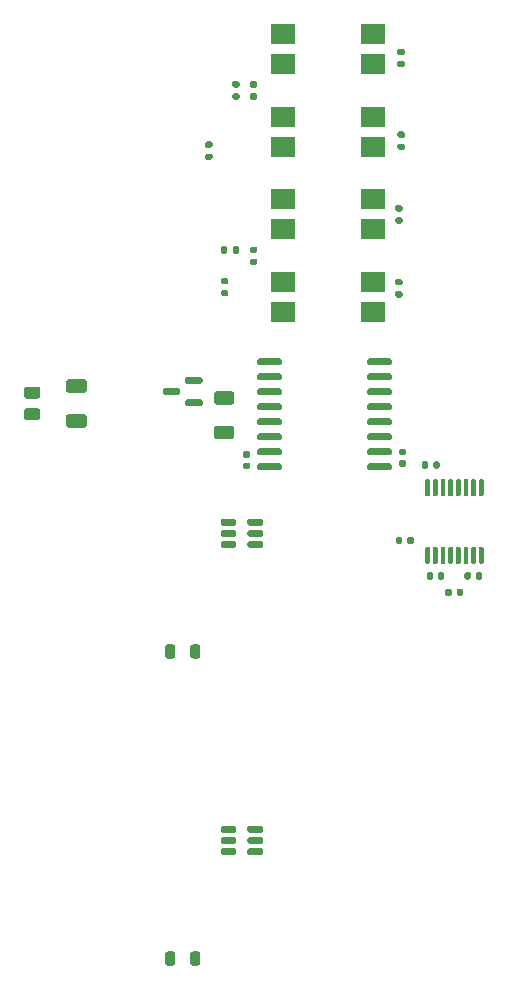
<source format=gtp>
G04 #@! TF.GenerationSoftware,KiCad,Pcbnew,6.0.5+dfsg-1~bpo11+1*
G04 #@! TF.CreationDate,2023-01-20T13:15:47+00:00*
G04 #@! TF.ProjectId,nascontrol-remote,6e617363-6f6e-4747-926f-6c2d72656d6f,rev?*
G04 #@! TF.SameCoordinates,Original*
G04 #@! TF.FileFunction,Paste,Top*
G04 #@! TF.FilePolarity,Positive*
%FSLAX46Y46*%
G04 Gerber Fmt 4.6, Leading zero omitted, Abs format (unit mm)*
G04 Created by KiCad (PCBNEW 6.0.5+dfsg-1~bpo11+1) date 2023-01-20 13:15:47*
%MOMM*%
%LPD*%
G01*
G04 APERTURE LIST*
%ADD10R,2.000000X1.780000*%
G04 APERTURE END LIST*
G36*
G01*
X137220000Y-111170000D02*
X137220000Y-110830000D01*
G75*
G02*
X137360000Y-110690000I140000J0D01*
G01*
X137640000Y-110690000D01*
G75*
G02*
X137780000Y-110830000I0J-140000D01*
G01*
X137780000Y-111170000D01*
G75*
G02*
X137640000Y-111310000I-140000J0D01*
G01*
X137360000Y-111310000D01*
G75*
G02*
X137220000Y-111170000I0J140000D01*
G01*
G37*
G36*
G01*
X138180000Y-111170000D02*
X138180000Y-110830000D01*
G75*
G02*
X138320000Y-110690000I140000J0D01*
G01*
X138600000Y-110690000D01*
G75*
G02*
X138740000Y-110830000I0J-140000D01*
G01*
X138740000Y-111170000D01*
G75*
G02*
X138600000Y-111310000I-140000J0D01*
G01*
X138320000Y-111310000D01*
G75*
G02*
X138180000Y-111170000I0J140000D01*
G01*
G37*
G36*
G01*
X113500000Y-116381250D02*
X113500000Y-115618750D01*
G75*
G02*
X113718750Y-115400000I218750J0D01*
G01*
X114156250Y-115400000D01*
G75*
G02*
X114375000Y-115618750I0J-218750D01*
G01*
X114375000Y-116381250D01*
G75*
G02*
X114156250Y-116600000I-218750J0D01*
G01*
X113718750Y-116600000D01*
G75*
G02*
X113500000Y-116381250I0J218750D01*
G01*
G37*
G36*
G01*
X115625000Y-116381250D02*
X115625000Y-115618750D01*
G75*
G02*
X115843750Y-115400000I218750J0D01*
G01*
X116281250Y-115400000D01*
G75*
G02*
X116500000Y-115618750I0J-218750D01*
G01*
X116500000Y-116381250D01*
G75*
G02*
X116281250Y-116600000I-218750J0D01*
G01*
X115843750Y-116600000D01*
G75*
G02*
X115625000Y-116381250I0J218750D01*
G01*
G37*
G36*
G01*
X118200000Y-131200000D02*
X118200000Y-130900000D01*
G75*
G02*
X118350000Y-130750000I150000J0D01*
G01*
X119375000Y-130750000D01*
G75*
G02*
X119525000Y-130900000I0J-150000D01*
G01*
X119525000Y-131200000D01*
G75*
G02*
X119375000Y-131350000I-150000J0D01*
G01*
X118350000Y-131350000D01*
G75*
G02*
X118200000Y-131200000I0J150000D01*
G01*
G37*
G36*
G01*
X118200000Y-132150000D02*
X118200000Y-131850000D01*
G75*
G02*
X118350000Y-131700000I150000J0D01*
G01*
X119375000Y-131700000D01*
G75*
G02*
X119525000Y-131850000I0J-150000D01*
G01*
X119525000Y-132150000D01*
G75*
G02*
X119375000Y-132300000I-150000J0D01*
G01*
X118350000Y-132300000D01*
G75*
G02*
X118200000Y-132150000I0J150000D01*
G01*
G37*
G36*
G01*
X118200000Y-133100000D02*
X118200000Y-132800000D01*
G75*
G02*
X118350000Y-132650000I150000J0D01*
G01*
X119375000Y-132650000D01*
G75*
G02*
X119525000Y-132800000I0J-150000D01*
G01*
X119525000Y-133100000D01*
G75*
G02*
X119375000Y-133250000I-150000J0D01*
G01*
X118350000Y-133250000D01*
G75*
G02*
X118200000Y-133100000I0J150000D01*
G01*
G37*
G36*
G01*
X120475000Y-133100000D02*
X120475000Y-132800000D01*
G75*
G02*
X120625000Y-132650000I150000J0D01*
G01*
X121650000Y-132650000D01*
G75*
G02*
X121800000Y-132800000I0J-150000D01*
G01*
X121800000Y-133100000D01*
G75*
G02*
X121650000Y-133250000I-150000J0D01*
G01*
X120625000Y-133250000D01*
G75*
G02*
X120475000Y-133100000I0J150000D01*
G01*
G37*
G36*
G01*
X120475000Y-132150000D02*
X120475000Y-131850000D01*
G75*
G02*
X120625000Y-131700000I150000J0D01*
G01*
X121650000Y-131700000D01*
G75*
G02*
X121800000Y-131850000I0J-150000D01*
G01*
X121800000Y-132150000D01*
G75*
G02*
X121650000Y-132300000I-150000J0D01*
G01*
X120625000Y-132300000D01*
G75*
G02*
X120475000Y-132150000I0J150000D01*
G01*
G37*
G36*
G01*
X120475000Y-131200000D02*
X120475000Y-130900000D01*
G75*
G02*
X120625000Y-130750000I150000J0D01*
G01*
X121650000Y-130750000D01*
G75*
G02*
X121800000Y-130900000I0J-150000D01*
G01*
X121800000Y-131200000D01*
G75*
G02*
X121650000Y-131350000I-150000J0D01*
G01*
X120625000Y-131350000D01*
G75*
G02*
X120475000Y-131200000I0J150000D01*
G01*
G37*
G36*
G01*
X135640000Y-109770000D02*
X135640000Y-109430000D01*
G75*
G02*
X135780000Y-109290000I140000J0D01*
G01*
X136060000Y-109290000D01*
G75*
G02*
X136200000Y-109430000I0J-140000D01*
G01*
X136200000Y-109770000D01*
G75*
G02*
X136060000Y-109910000I-140000J0D01*
G01*
X135780000Y-109910000D01*
G75*
G02*
X135640000Y-109770000I0J140000D01*
G01*
G37*
G36*
G01*
X136600000Y-109770000D02*
X136600000Y-109430000D01*
G75*
G02*
X136740000Y-109290000I140000J0D01*
G01*
X137020000Y-109290000D01*
G75*
G02*
X137160000Y-109430000I0J-140000D01*
G01*
X137160000Y-109770000D01*
G75*
G02*
X137020000Y-109910000I-140000J0D01*
G01*
X136740000Y-109910000D01*
G75*
G02*
X136600000Y-109770000I0J140000D01*
G01*
G37*
D10*
X123465000Y-84730000D03*
X123465000Y-87270000D03*
X131085000Y-87270000D03*
X131085000Y-84730000D03*
G36*
G01*
X119125000Y-98025000D02*
X117875000Y-98025000D01*
G75*
G02*
X117625000Y-97775000I0J250000D01*
G01*
X117625000Y-97150000D01*
G75*
G02*
X117875000Y-96900000I250000J0D01*
G01*
X119125000Y-96900000D01*
G75*
G02*
X119375000Y-97150000I0J-250000D01*
G01*
X119375000Y-97775000D01*
G75*
G02*
X119125000Y-98025000I-250000J0D01*
G01*
G37*
G36*
G01*
X119125000Y-95100000D02*
X117875000Y-95100000D01*
G75*
G02*
X117625000Y-94850000I0J250000D01*
G01*
X117625000Y-94225000D01*
G75*
G02*
X117875000Y-93975000I250000J0D01*
G01*
X119125000Y-93975000D01*
G75*
G02*
X119375000Y-94225000I0J-250000D01*
G01*
X119375000Y-94850000D01*
G75*
G02*
X119125000Y-95100000I-250000J0D01*
G01*
G37*
G36*
G01*
X118735000Y-85930000D02*
X118365000Y-85930000D01*
G75*
G02*
X118230000Y-85795000I0J135000D01*
G01*
X118230000Y-85525000D01*
G75*
G02*
X118365000Y-85390000I135000J0D01*
G01*
X118735000Y-85390000D01*
G75*
G02*
X118870000Y-85525000I0J-135000D01*
G01*
X118870000Y-85795000D01*
G75*
G02*
X118735000Y-85930000I-135000J0D01*
G01*
G37*
G36*
G01*
X118735000Y-84910000D02*
X118365000Y-84910000D01*
G75*
G02*
X118230000Y-84775000I0J135000D01*
G01*
X118230000Y-84505000D01*
G75*
G02*
X118365000Y-84370000I135000J0D01*
G01*
X118735000Y-84370000D01*
G75*
G02*
X118870000Y-84505000I0J-135000D01*
G01*
X118870000Y-84775000D01*
G75*
G02*
X118735000Y-84910000I-135000J0D01*
G01*
G37*
G36*
G01*
X132675000Y-100220000D02*
X132675000Y-100520000D01*
G75*
G02*
X132525000Y-100670000I-150000J0D01*
G01*
X130775000Y-100670000D01*
G75*
G02*
X130625000Y-100520000I0J150000D01*
G01*
X130625000Y-100220000D01*
G75*
G02*
X130775000Y-100070000I150000J0D01*
G01*
X132525000Y-100070000D01*
G75*
G02*
X132675000Y-100220000I0J-150000D01*
G01*
G37*
G36*
G01*
X132675000Y-98950000D02*
X132675000Y-99250000D01*
G75*
G02*
X132525000Y-99400000I-150000J0D01*
G01*
X130775000Y-99400000D01*
G75*
G02*
X130625000Y-99250000I0J150000D01*
G01*
X130625000Y-98950000D01*
G75*
G02*
X130775000Y-98800000I150000J0D01*
G01*
X132525000Y-98800000D01*
G75*
G02*
X132675000Y-98950000I0J-150000D01*
G01*
G37*
G36*
G01*
X132675000Y-97680000D02*
X132675000Y-97980000D01*
G75*
G02*
X132525000Y-98130000I-150000J0D01*
G01*
X130775000Y-98130000D01*
G75*
G02*
X130625000Y-97980000I0J150000D01*
G01*
X130625000Y-97680000D01*
G75*
G02*
X130775000Y-97530000I150000J0D01*
G01*
X132525000Y-97530000D01*
G75*
G02*
X132675000Y-97680000I0J-150000D01*
G01*
G37*
G36*
G01*
X132675000Y-96410000D02*
X132675000Y-96710000D01*
G75*
G02*
X132525000Y-96860000I-150000J0D01*
G01*
X130775000Y-96860000D01*
G75*
G02*
X130625000Y-96710000I0J150000D01*
G01*
X130625000Y-96410000D01*
G75*
G02*
X130775000Y-96260000I150000J0D01*
G01*
X132525000Y-96260000D01*
G75*
G02*
X132675000Y-96410000I0J-150000D01*
G01*
G37*
G36*
G01*
X132675000Y-95140000D02*
X132675000Y-95440000D01*
G75*
G02*
X132525000Y-95590000I-150000J0D01*
G01*
X130775000Y-95590000D01*
G75*
G02*
X130625000Y-95440000I0J150000D01*
G01*
X130625000Y-95140000D01*
G75*
G02*
X130775000Y-94990000I150000J0D01*
G01*
X132525000Y-94990000D01*
G75*
G02*
X132675000Y-95140000I0J-150000D01*
G01*
G37*
G36*
G01*
X132675000Y-93870000D02*
X132675000Y-94170000D01*
G75*
G02*
X132525000Y-94320000I-150000J0D01*
G01*
X130775000Y-94320000D01*
G75*
G02*
X130625000Y-94170000I0J150000D01*
G01*
X130625000Y-93870000D01*
G75*
G02*
X130775000Y-93720000I150000J0D01*
G01*
X132525000Y-93720000D01*
G75*
G02*
X132675000Y-93870000I0J-150000D01*
G01*
G37*
G36*
G01*
X132675000Y-92600000D02*
X132675000Y-92900000D01*
G75*
G02*
X132525000Y-93050000I-150000J0D01*
G01*
X130775000Y-93050000D01*
G75*
G02*
X130625000Y-92900000I0J150000D01*
G01*
X130625000Y-92600000D01*
G75*
G02*
X130775000Y-92450000I150000J0D01*
G01*
X132525000Y-92450000D01*
G75*
G02*
X132675000Y-92600000I0J-150000D01*
G01*
G37*
G36*
G01*
X132675000Y-91330000D02*
X132675000Y-91630000D01*
G75*
G02*
X132525000Y-91780000I-150000J0D01*
G01*
X130775000Y-91780000D01*
G75*
G02*
X130625000Y-91630000I0J150000D01*
G01*
X130625000Y-91330000D01*
G75*
G02*
X130775000Y-91180000I150000J0D01*
G01*
X132525000Y-91180000D01*
G75*
G02*
X132675000Y-91330000I0J-150000D01*
G01*
G37*
G36*
G01*
X123375000Y-91330000D02*
X123375000Y-91630000D01*
G75*
G02*
X123225000Y-91780000I-150000J0D01*
G01*
X121475000Y-91780000D01*
G75*
G02*
X121325000Y-91630000I0J150000D01*
G01*
X121325000Y-91330000D01*
G75*
G02*
X121475000Y-91180000I150000J0D01*
G01*
X123225000Y-91180000D01*
G75*
G02*
X123375000Y-91330000I0J-150000D01*
G01*
G37*
G36*
G01*
X123375000Y-92600000D02*
X123375000Y-92900000D01*
G75*
G02*
X123225000Y-93050000I-150000J0D01*
G01*
X121475000Y-93050000D01*
G75*
G02*
X121325000Y-92900000I0J150000D01*
G01*
X121325000Y-92600000D01*
G75*
G02*
X121475000Y-92450000I150000J0D01*
G01*
X123225000Y-92450000D01*
G75*
G02*
X123375000Y-92600000I0J-150000D01*
G01*
G37*
G36*
G01*
X123375000Y-93870000D02*
X123375000Y-94170000D01*
G75*
G02*
X123225000Y-94320000I-150000J0D01*
G01*
X121475000Y-94320000D01*
G75*
G02*
X121325000Y-94170000I0J150000D01*
G01*
X121325000Y-93870000D01*
G75*
G02*
X121475000Y-93720000I150000J0D01*
G01*
X123225000Y-93720000D01*
G75*
G02*
X123375000Y-93870000I0J-150000D01*
G01*
G37*
G36*
G01*
X123375000Y-95140000D02*
X123375000Y-95440000D01*
G75*
G02*
X123225000Y-95590000I-150000J0D01*
G01*
X121475000Y-95590000D01*
G75*
G02*
X121325000Y-95440000I0J150000D01*
G01*
X121325000Y-95140000D01*
G75*
G02*
X121475000Y-94990000I150000J0D01*
G01*
X123225000Y-94990000D01*
G75*
G02*
X123375000Y-95140000I0J-150000D01*
G01*
G37*
G36*
G01*
X123375000Y-96410000D02*
X123375000Y-96710000D01*
G75*
G02*
X123225000Y-96860000I-150000J0D01*
G01*
X121475000Y-96860000D01*
G75*
G02*
X121325000Y-96710000I0J150000D01*
G01*
X121325000Y-96410000D01*
G75*
G02*
X121475000Y-96260000I150000J0D01*
G01*
X123225000Y-96260000D01*
G75*
G02*
X123375000Y-96410000I0J-150000D01*
G01*
G37*
G36*
G01*
X123375000Y-97680000D02*
X123375000Y-97980000D01*
G75*
G02*
X123225000Y-98130000I-150000J0D01*
G01*
X121475000Y-98130000D01*
G75*
G02*
X121325000Y-97980000I0J150000D01*
G01*
X121325000Y-97680000D01*
G75*
G02*
X121475000Y-97530000I150000J0D01*
G01*
X123225000Y-97530000D01*
G75*
G02*
X123375000Y-97680000I0J-150000D01*
G01*
G37*
G36*
G01*
X123375000Y-98950000D02*
X123375000Y-99250000D01*
G75*
G02*
X123225000Y-99400000I-150000J0D01*
G01*
X121475000Y-99400000D01*
G75*
G02*
X121325000Y-99250000I0J150000D01*
G01*
X121325000Y-98950000D01*
G75*
G02*
X121475000Y-98800000I150000J0D01*
G01*
X123225000Y-98800000D01*
G75*
G02*
X123375000Y-98950000I0J-150000D01*
G01*
G37*
G36*
G01*
X123375000Y-100220000D02*
X123375000Y-100520000D01*
G75*
G02*
X123225000Y-100670000I-150000J0D01*
G01*
X121475000Y-100670000D01*
G75*
G02*
X121325000Y-100520000I0J150000D01*
G01*
X121325000Y-100220000D01*
G75*
G02*
X121475000Y-100070000I150000J0D01*
G01*
X123225000Y-100070000D01*
G75*
G02*
X123375000Y-100220000I0J-150000D01*
G01*
G37*
G36*
G01*
X120815000Y-67720000D02*
X121185000Y-67720000D01*
G75*
G02*
X121320000Y-67855000I0J-135000D01*
G01*
X121320000Y-68125000D01*
G75*
G02*
X121185000Y-68260000I-135000J0D01*
G01*
X120815000Y-68260000D01*
G75*
G02*
X120680000Y-68125000I0J135000D01*
G01*
X120680000Y-67855000D01*
G75*
G02*
X120815000Y-67720000I135000J0D01*
G01*
G37*
G36*
G01*
X120815000Y-68740000D02*
X121185000Y-68740000D01*
G75*
G02*
X121320000Y-68875000I0J-135000D01*
G01*
X121320000Y-69145000D01*
G75*
G02*
X121185000Y-69280000I-135000J0D01*
G01*
X120815000Y-69280000D01*
G75*
G02*
X120680000Y-69145000I0J135000D01*
G01*
X120680000Y-68875000D01*
G75*
G02*
X120815000Y-68740000I135000J0D01*
G01*
G37*
G36*
G01*
X117385000Y-74380000D02*
X117015000Y-74380000D01*
G75*
G02*
X116880000Y-74245000I0J135000D01*
G01*
X116880000Y-73975000D01*
G75*
G02*
X117015000Y-73840000I135000J0D01*
G01*
X117385000Y-73840000D01*
G75*
G02*
X117520000Y-73975000I0J-135000D01*
G01*
X117520000Y-74245000D01*
G75*
G02*
X117385000Y-74380000I-135000J0D01*
G01*
G37*
G36*
G01*
X117385000Y-73360000D02*
X117015000Y-73360000D01*
G75*
G02*
X116880000Y-73225000I0J135000D01*
G01*
X116880000Y-72955000D01*
G75*
G02*
X117015000Y-72820000I135000J0D01*
G01*
X117385000Y-72820000D01*
G75*
G02*
X117520000Y-72955000I0J-135000D01*
G01*
X117520000Y-73225000D01*
G75*
G02*
X117385000Y-73360000I-135000J0D01*
G01*
G37*
X131085000Y-73270000D03*
X131085000Y-70730000D03*
X123465000Y-70730000D03*
X123465000Y-73270000D03*
G36*
G01*
X105350000Y-92950000D02*
X106650000Y-92950000D01*
G75*
G02*
X106900000Y-93200000I0J-250000D01*
G01*
X106900000Y-93850000D01*
G75*
G02*
X106650000Y-94100000I-250000J0D01*
G01*
X105350000Y-94100000D01*
G75*
G02*
X105100000Y-93850000I0J250000D01*
G01*
X105100000Y-93200000D01*
G75*
G02*
X105350000Y-92950000I250000J0D01*
G01*
G37*
G36*
G01*
X105350000Y-95900000D02*
X106650000Y-95900000D01*
G75*
G02*
X106900000Y-96150000I0J-250000D01*
G01*
X106900000Y-96800000D01*
G75*
G02*
X106650000Y-97050000I-250000J0D01*
G01*
X105350000Y-97050000D01*
G75*
G02*
X105100000Y-96800000I0J250000D01*
G01*
X105100000Y-96150000D01*
G75*
G02*
X105350000Y-95900000I250000J0D01*
G01*
G37*
G36*
G01*
X133770000Y-100360000D02*
X133430000Y-100360000D01*
G75*
G02*
X133290000Y-100220000I0J140000D01*
G01*
X133290000Y-99940000D01*
G75*
G02*
X133430000Y-99800000I140000J0D01*
G01*
X133770000Y-99800000D01*
G75*
G02*
X133910000Y-99940000I0J-140000D01*
G01*
X133910000Y-100220000D01*
G75*
G02*
X133770000Y-100360000I-140000J0D01*
G01*
G37*
G36*
G01*
X133770000Y-99400000D02*
X133430000Y-99400000D01*
G75*
G02*
X133290000Y-99260000I0J140000D01*
G01*
X133290000Y-98980000D01*
G75*
G02*
X133430000Y-98840000I140000J0D01*
G01*
X133770000Y-98840000D01*
G75*
G02*
X133910000Y-98980000I0J-140000D01*
G01*
X133910000Y-99260000D01*
G75*
G02*
X133770000Y-99400000I-140000J0D01*
G01*
G37*
X123465000Y-77730000D03*
X123465000Y-80270000D03*
X131085000Y-80270000D03*
X131085000Y-77730000D03*
G36*
G01*
X116675000Y-94800000D02*
X116675000Y-95100000D01*
G75*
G02*
X116525000Y-95250000I-150000J0D01*
G01*
X115350000Y-95250000D01*
G75*
G02*
X115200000Y-95100000I0J150000D01*
G01*
X115200000Y-94800000D01*
G75*
G02*
X115350000Y-94650000I150000J0D01*
G01*
X116525000Y-94650000D01*
G75*
G02*
X116675000Y-94800000I0J-150000D01*
G01*
G37*
G36*
G01*
X116675000Y-92900000D02*
X116675000Y-93200000D01*
G75*
G02*
X116525000Y-93350000I-150000J0D01*
G01*
X115350000Y-93350000D01*
G75*
G02*
X115200000Y-93200000I0J150000D01*
G01*
X115200000Y-92900000D01*
G75*
G02*
X115350000Y-92750000I150000J0D01*
G01*
X116525000Y-92750000D01*
G75*
G02*
X116675000Y-92900000I0J-150000D01*
G01*
G37*
G36*
G01*
X114800000Y-93850000D02*
X114800000Y-94150000D01*
G75*
G02*
X114650000Y-94300000I-150000J0D01*
G01*
X113475000Y-94300000D01*
G75*
G02*
X113325000Y-94150000I0J150000D01*
G01*
X113325000Y-93850000D01*
G75*
G02*
X113475000Y-93700000I150000J0D01*
G01*
X114650000Y-93700000D01*
G75*
G02*
X114800000Y-93850000I0J-150000D01*
G01*
G37*
G36*
G01*
X120815000Y-81720000D02*
X121185000Y-81720000D01*
G75*
G02*
X121320000Y-81855000I0J-135000D01*
G01*
X121320000Y-82125000D01*
G75*
G02*
X121185000Y-82260000I-135000J0D01*
G01*
X120815000Y-82260000D01*
G75*
G02*
X120680000Y-82125000I0J135000D01*
G01*
X120680000Y-81855000D01*
G75*
G02*
X120815000Y-81720000I135000J0D01*
G01*
G37*
G36*
G01*
X120815000Y-82740000D02*
X121185000Y-82740000D01*
G75*
G02*
X121320000Y-82875000I0J-135000D01*
G01*
X121320000Y-83145000D01*
G75*
G02*
X121185000Y-83280000I-135000J0D01*
G01*
X120815000Y-83280000D01*
G75*
G02*
X120680000Y-83145000I0J135000D01*
G01*
X120680000Y-82875000D01*
G75*
G02*
X120815000Y-82740000I135000J0D01*
G01*
G37*
G36*
G01*
X135240000Y-100370000D02*
X135240000Y-100030000D01*
G75*
G02*
X135380000Y-99890000I140000J0D01*
G01*
X135660000Y-99890000D01*
G75*
G02*
X135800000Y-100030000I0J-140000D01*
G01*
X135800000Y-100370000D01*
G75*
G02*
X135660000Y-100510000I-140000J0D01*
G01*
X135380000Y-100510000D01*
G75*
G02*
X135240000Y-100370000I0J140000D01*
G01*
G37*
G36*
G01*
X136200000Y-100370000D02*
X136200000Y-100030000D01*
G75*
G02*
X136340000Y-99890000I140000J0D01*
G01*
X136620000Y-99890000D01*
G75*
G02*
X136760000Y-100030000I0J-140000D01*
G01*
X136760000Y-100370000D01*
G75*
G02*
X136620000Y-100510000I-140000J0D01*
G01*
X136340000Y-100510000D01*
G75*
G02*
X136200000Y-100370000I0J140000D01*
G01*
G37*
G36*
G01*
X133315000Y-71970000D02*
X133685000Y-71970000D01*
G75*
G02*
X133820000Y-72105000I0J-135000D01*
G01*
X133820000Y-72375000D01*
G75*
G02*
X133685000Y-72510000I-135000J0D01*
G01*
X133315000Y-72510000D01*
G75*
G02*
X133180000Y-72375000I0J135000D01*
G01*
X133180000Y-72105000D01*
G75*
G02*
X133315000Y-71970000I135000J0D01*
G01*
G37*
G36*
G01*
X133315000Y-72990000D02*
X133685000Y-72990000D01*
G75*
G02*
X133820000Y-73125000I0J-135000D01*
G01*
X133820000Y-73395000D01*
G75*
G02*
X133685000Y-73530000I-135000J0D01*
G01*
X133315000Y-73530000D01*
G75*
G02*
X133180000Y-73395000I0J135000D01*
G01*
X133180000Y-73125000D01*
G75*
G02*
X133315000Y-72990000I135000J0D01*
G01*
G37*
G36*
G01*
X119315000Y-67720000D02*
X119685000Y-67720000D01*
G75*
G02*
X119820000Y-67855000I0J-135000D01*
G01*
X119820000Y-68125000D01*
G75*
G02*
X119685000Y-68260000I-135000J0D01*
G01*
X119315000Y-68260000D01*
G75*
G02*
X119180000Y-68125000I0J135000D01*
G01*
X119180000Y-67855000D01*
G75*
G02*
X119315000Y-67720000I135000J0D01*
G01*
G37*
G36*
G01*
X119315000Y-68740000D02*
X119685000Y-68740000D01*
G75*
G02*
X119820000Y-68875000I0J-135000D01*
G01*
X119820000Y-69145000D01*
G75*
G02*
X119685000Y-69280000I-135000J0D01*
G01*
X119315000Y-69280000D01*
G75*
G02*
X119180000Y-69145000I0J135000D01*
G01*
X119180000Y-68875000D01*
G75*
G02*
X119315000Y-68740000I135000J0D01*
G01*
G37*
G36*
G01*
X135825000Y-108600000D02*
X135625000Y-108600000D01*
G75*
G02*
X135525000Y-108500000I0J100000D01*
G01*
X135525000Y-107225000D01*
G75*
G02*
X135625000Y-107125000I100000J0D01*
G01*
X135825000Y-107125000D01*
G75*
G02*
X135925000Y-107225000I0J-100000D01*
G01*
X135925000Y-108500000D01*
G75*
G02*
X135825000Y-108600000I-100000J0D01*
G01*
G37*
G36*
G01*
X136475000Y-108600000D02*
X136275000Y-108600000D01*
G75*
G02*
X136175000Y-108500000I0J100000D01*
G01*
X136175000Y-107225000D01*
G75*
G02*
X136275000Y-107125000I100000J0D01*
G01*
X136475000Y-107125000D01*
G75*
G02*
X136575000Y-107225000I0J-100000D01*
G01*
X136575000Y-108500000D01*
G75*
G02*
X136475000Y-108600000I-100000J0D01*
G01*
G37*
G36*
G01*
X137125000Y-108600000D02*
X136925000Y-108600000D01*
G75*
G02*
X136825000Y-108500000I0J100000D01*
G01*
X136825000Y-107225000D01*
G75*
G02*
X136925000Y-107125000I100000J0D01*
G01*
X137125000Y-107125000D01*
G75*
G02*
X137225000Y-107225000I0J-100000D01*
G01*
X137225000Y-108500000D01*
G75*
G02*
X137125000Y-108600000I-100000J0D01*
G01*
G37*
G36*
G01*
X137775000Y-108600000D02*
X137575000Y-108600000D01*
G75*
G02*
X137475000Y-108500000I0J100000D01*
G01*
X137475000Y-107225000D01*
G75*
G02*
X137575000Y-107125000I100000J0D01*
G01*
X137775000Y-107125000D01*
G75*
G02*
X137875000Y-107225000I0J-100000D01*
G01*
X137875000Y-108500000D01*
G75*
G02*
X137775000Y-108600000I-100000J0D01*
G01*
G37*
G36*
G01*
X138425000Y-108600000D02*
X138225000Y-108600000D01*
G75*
G02*
X138125000Y-108500000I0J100000D01*
G01*
X138125000Y-107225000D01*
G75*
G02*
X138225000Y-107125000I100000J0D01*
G01*
X138425000Y-107125000D01*
G75*
G02*
X138525000Y-107225000I0J-100000D01*
G01*
X138525000Y-108500000D01*
G75*
G02*
X138425000Y-108600000I-100000J0D01*
G01*
G37*
G36*
G01*
X139075000Y-108600000D02*
X138875000Y-108600000D01*
G75*
G02*
X138775000Y-108500000I0J100000D01*
G01*
X138775000Y-107225000D01*
G75*
G02*
X138875000Y-107125000I100000J0D01*
G01*
X139075000Y-107125000D01*
G75*
G02*
X139175000Y-107225000I0J-100000D01*
G01*
X139175000Y-108500000D01*
G75*
G02*
X139075000Y-108600000I-100000J0D01*
G01*
G37*
G36*
G01*
X139725000Y-108600000D02*
X139525000Y-108600000D01*
G75*
G02*
X139425000Y-108500000I0J100000D01*
G01*
X139425000Y-107225000D01*
G75*
G02*
X139525000Y-107125000I100000J0D01*
G01*
X139725000Y-107125000D01*
G75*
G02*
X139825000Y-107225000I0J-100000D01*
G01*
X139825000Y-108500000D01*
G75*
G02*
X139725000Y-108600000I-100000J0D01*
G01*
G37*
G36*
G01*
X140375000Y-108600000D02*
X140175000Y-108600000D01*
G75*
G02*
X140075000Y-108500000I0J100000D01*
G01*
X140075000Y-107225000D01*
G75*
G02*
X140175000Y-107125000I100000J0D01*
G01*
X140375000Y-107125000D01*
G75*
G02*
X140475000Y-107225000I0J-100000D01*
G01*
X140475000Y-108500000D01*
G75*
G02*
X140375000Y-108600000I-100000J0D01*
G01*
G37*
G36*
G01*
X140375000Y-102875000D02*
X140175000Y-102875000D01*
G75*
G02*
X140075000Y-102775000I0J100000D01*
G01*
X140075000Y-101500000D01*
G75*
G02*
X140175000Y-101400000I100000J0D01*
G01*
X140375000Y-101400000D01*
G75*
G02*
X140475000Y-101500000I0J-100000D01*
G01*
X140475000Y-102775000D01*
G75*
G02*
X140375000Y-102875000I-100000J0D01*
G01*
G37*
G36*
G01*
X139725000Y-102875000D02*
X139525000Y-102875000D01*
G75*
G02*
X139425000Y-102775000I0J100000D01*
G01*
X139425000Y-101500000D01*
G75*
G02*
X139525000Y-101400000I100000J0D01*
G01*
X139725000Y-101400000D01*
G75*
G02*
X139825000Y-101500000I0J-100000D01*
G01*
X139825000Y-102775000D01*
G75*
G02*
X139725000Y-102875000I-100000J0D01*
G01*
G37*
G36*
G01*
X139075000Y-102875000D02*
X138875000Y-102875000D01*
G75*
G02*
X138775000Y-102775000I0J100000D01*
G01*
X138775000Y-101500000D01*
G75*
G02*
X138875000Y-101400000I100000J0D01*
G01*
X139075000Y-101400000D01*
G75*
G02*
X139175000Y-101500000I0J-100000D01*
G01*
X139175000Y-102775000D01*
G75*
G02*
X139075000Y-102875000I-100000J0D01*
G01*
G37*
G36*
G01*
X138425000Y-102875000D02*
X138225000Y-102875000D01*
G75*
G02*
X138125000Y-102775000I0J100000D01*
G01*
X138125000Y-101500000D01*
G75*
G02*
X138225000Y-101400000I100000J0D01*
G01*
X138425000Y-101400000D01*
G75*
G02*
X138525000Y-101500000I0J-100000D01*
G01*
X138525000Y-102775000D01*
G75*
G02*
X138425000Y-102875000I-100000J0D01*
G01*
G37*
G36*
G01*
X137775000Y-102875000D02*
X137575000Y-102875000D01*
G75*
G02*
X137475000Y-102775000I0J100000D01*
G01*
X137475000Y-101500000D01*
G75*
G02*
X137575000Y-101400000I100000J0D01*
G01*
X137775000Y-101400000D01*
G75*
G02*
X137875000Y-101500000I0J-100000D01*
G01*
X137875000Y-102775000D01*
G75*
G02*
X137775000Y-102875000I-100000J0D01*
G01*
G37*
G36*
G01*
X137125000Y-102875000D02*
X136925000Y-102875000D01*
G75*
G02*
X136825000Y-102775000I0J100000D01*
G01*
X136825000Y-101500000D01*
G75*
G02*
X136925000Y-101400000I100000J0D01*
G01*
X137125000Y-101400000D01*
G75*
G02*
X137225000Y-101500000I0J-100000D01*
G01*
X137225000Y-102775000D01*
G75*
G02*
X137125000Y-102875000I-100000J0D01*
G01*
G37*
G36*
G01*
X136475000Y-102875000D02*
X136275000Y-102875000D01*
G75*
G02*
X136175000Y-102775000I0J100000D01*
G01*
X136175000Y-101500000D01*
G75*
G02*
X136275000Y-101400000I100000J0D01*
G01*
X136475000Y-101400000D01*
G75*
G02*
X136575000Y-101500000I0J-100000D01*
G01*
X136575000Y-102775000D01*
G75*
G02*
X136475000Y-102875000I-100000J0D01*
G01*
G37*
G36*
G01*
X135825000Y-102875000D02*
X135625000Y-102875000D01*
G75*
G02*
X135525000Y-102775000I0J100000D01*
G01*
X135525000Y-101500000D01*
G75*
G02*
X135625000Y-101400000I100000J0D01*
G01*
X135825000Y-101400000D01*
G75*
G02*
X135925000Y-101500000I0J-100000D01*
G01*
X135925000Y-102775000D01*
G75*
G02*
X135825000Y-102875000I-100000J0D01*
G01*
G37*
X131085000Y-66270000D03*
X131085000Y-63730000D03*
X123465000Y-63730000D03*
X123465000Y-66270000D03*
G36*
G01*
X134560000Y-106430000D02*
X134560000Y-106770000D01*
G75*
G02*
X134420000Y-106910000I-140000J0D01*
G01*
X134140000Y-106910000D01*
G75*
G02*
X134000000Y-106770000I0J140000D01*
G01*
X134000000Y-106430000D01*
G75*
G02*
X134140000Y-106290000I140000J0D01*
G01*
X134420000Y-106290000D01*
G75*
G02*
X134560000Y-106430000I0J-140000D01*
G01*
G37*
G36*
G01*
X133600000Y-106430000D02*
X133600000Y-106770000D01*
G75*
G02*
X133460000Y-106910000I-140000J0D01*
G01*
X133180000Y-106910000D01*
G75*
G02*
X133040000Y-106770000I0J140000D01*
G01*
X133040000Y-106430000D01*
G75*
G02*
X133180000Y-106290000I140000J0D01*
G01*
X133460000Y-106290000D01*
G75*
G02*
X133600000Y-106430000I0J-140000D01*
G01*
G37*
G36*
G01*
X113500000Y-142381250D02*
X113500000Y-141618750D01*
G75*
G02*
X113718750Y-141400000I218750J0D01*
G01*
X114156250Y-141400000D01*
G75*
G02*
X114375000Y-141618750I0J-218750D01*
G01*
X114375000Y-142381250D01*
G75*
G02*
X114156250Y-142600000I-218750J0D01*
G01*
X113718750Y-142600000D01*
G75*
G02*
X113500000Y-142381250I0J218750D01*
G01*
G37*
G36*
G01*
X115625000Y-142381250D02*
X115625000Y-141618750D01*
G75*
G02*
X115843750Y-141400000I218750J0D01*
G01*
X116281250Y-141400000D01*
G75*
G02*
X116500000Y-141618750I0J-218750D01*
G01*
X116500000Y-142381250D01*
G75*
G02*
X116281250Y-142600000I-218750J0D01*
G01*
X115843750Y-142600000D01*
G75*
G02*
X115625000Y-142381250I0J218750D01*
G01*
G37*
G36*
G01*
X133115000Y-84470000D02*
X133485000Y-84470000D01*
G75*
G02*
X133620000Y-84605000I0J-135000D01*
G01*
X133620000Y-84875000D01*
G75*
G02*
X133485000Y-85010000I-135000J0D01*
G01*
X133115000Y-85010000D01*
G75*
G02*
X132980000Y-84875000I0J135000D01*
G01*
X132980000Y-84605000D01*
G75*
G02*
X133115000Y-84470000I135000J0D01*
G01*
G37*
G36*
G01*
X133115000Y-85490000D02*
X133485000Y-85490000D01*
G75*
G02*
X133620000Y-85625000I0J-135000D01*
G01*
X133620000Y-85895000D01*
G75*
G02*
X133485000Y-86030000I-135000J0D01*
G01*
X133115000Y-86030000D01*
G75*
G02*
X132980000Y-85895000I0J135000D01*
G01*
X132980000Y-85625000D01*
G75*
G02*
X133115000Y-85490000I135000J0D01*
G01*
G37*
G36*
G01*
X119780000Y-81815000D02*
X119780000Y-82185000D01*
G75*
G02*
X119645000Y-82320000I-135000J0D01*
G01*
X119375000Y-82320000D01*
G75*
G02*
X119240000Y-82185000I0J135000D01*
G01*
X119240000Y-81815000D01*
G75*
G02*
X119375000Y-81680000I135000J0D01*
G01*
X119645000Y-81680000D01*
G75*
G02*
X119780000Y-81815000I0J-135000D01*
G01*
G37*
G36*
G01*
X118760000Y-81815000D02*
X118760000Y-82185000D01*
G75*
G02*
X118625000Y-82320000I-135000J0D01*
G01*
X118355000Y-82320000D01*
G75*
G02*
X118220000Y-82185000I0J135000D01*
G01*
X118220000Y-81815000D01*
G75*
G02*
X118355000Y-81680000I135000J0D01*
G01*
X118625000Y-81680000D01*
G75*
G02*
X118760000Y-81815000I0J-135000D01*
G01*
G37*
G36*
G01*
X138840000Y-109770000D02*
X138840000Y-109430000D01*
G75*
G02*
X138980000Y-109290000I140000J0D01*
G01*
X139260000Y-109290000D01*
G75*
G02*
X139400000Y-109430000I0J-140000D01*
G01*
X139400000Y-109770000D01*
G75*
G02*
X139260000Y-109910000I-140000J0D01*
G01*
X138980000Y-109910000D01*
G75*
G02*
X138840000Y-109770000I0J140000D01*
G01*
G37*
G36*
G01*
X139800000Y-109770000D02*
X139800000Y-109430000D01*
G75*
G02*
X139940000Y-109290000I140000J0D01*
G01*
X140220000Y-109290000D01*
G75*
G02*
X140360000Y-109430000I0J-140000D01*
G01*
X140360000Y-109770000D01*
G75*
G02*
X140220000Y-109910000I-140000J0D01*
G01*
X139940000Y-109910000D01*
G75*
G02*
X139800000Y-109770000I0J140000D01*
G01*
G37*
G36*
G01*
X101800000Y-93575000D02*
X102700000Y-93575000D01*
G75*
G02*
X102950000Y-93825000I0J-250000D01*
G01*
X102950000Y-94350000D01*
G75*
G02*
X102700000Y-94600000I-250000J0D01*
G01*
X101800000Y-94600000D01*
G75*
G02*
X101550000Y-94350000I0J250000D01*
G01*
X101550000Y-93825000D01*
G75*
G02*
X101800000Y-93575000I250000J0D01*
G01*
G37*
G36*
G01*
X101800000Y-95400000D02*
X102700000Y-95400000D01*
G75*
G02*
X102950000Y-95650000I0J-250000D01*
G01*
X102950000Y-96175000D01*
G75*
G02*
X102700000Y-96425000I-250000J0D01*
G01*
X101800000Y-96425000D01*
G75*
G02*
X101550000Y-96175000I0J250000D01*
G01*
X101550000Y-95650000D01*
G75*
G02*
X101800000Y-95400000I250000J0D01*
G01*
G37*
G36*
G01*
X120570000Y-100560000D02*
X120230000Y-100560000D01*
G75*
G02*
X120090000Y-100420000I0J140000D01*
G01*
X120090000Y-100140000D01*
G75*
G02*
X120230000Y-100000000I140000J0D01*
G01*
X120570000Y-100000000D01*
G75*
G02*
X120710000Y-100140000I0J-140000D01*
G01*
X120710000Y-100420000D01*
G75*
G02*
X120570000Y-100560000I-140000J0D01*
G01*
G37*
G36*
G01*
X120570000Y-99600000D02*
X120230000Y-99600000D01*
G75*
G02*
X120090000Y-99460000I0J140000D01*
G01*
X120090000Y-99180000D01*
G75*
G02*
X120230000Y-99040000I140000J0D01*
G01*
X120570000Y-99040000D01*
G75*
G02*
X120710000Y-99180000I0J-140000D01*
G01*
X120710000Y-99460000D01*
G75*
G02*
X120570000Y-99600000I-140000J0D01*
G01*
G37*
G36*
G01*
X118200000Y-105200000D02*
X118200000Y-104900000D01*
G75*
G02*
X118350000Y-104750000I150000J0D01*
G01*
X119375000Y-104750000D01*
G75*
G02*
X119525000Y-104900000I0J-150000D01*
G01*
X119525000Y-105200000D01*
G75*
G02*
X119375000Y-105350000I-150000J0D01*
G01*
X118350000Y-105350000D01*
G75*
G02*
X118200000Y-105200000I0J150000D01*
G01*
G37*
G36*
G01*
X118200000Y-106150000D02*
X118200000Y-105850000D01*
G75*
G02*
X118350000Y-105700000I150000J0D01*
G01*
X119375000Y-105700000D01*
G75*
G02*
X119525000Y-105850000I0J-150000D01*
G01*
X119525000Y-106150000D01*
G75*
G02*
X119375000Y-106300000I-150000J0D01*
G01*
X118350000Y-106300000D01*
G75*
G02*
X118200000Y-106150000I0J150000D01*
G01*
G37*
G36*
G01*
X118200000Y-107100000D02*
X118200000Y-106800000D01*
G75*
G02*
X118350000Y-106650000I150000J0D01*
G01*
X119375000Y-106650000D01*
G75*
G02*
X119525000Y-106800000I0J-150000D01*
G01*
X119525000Y-107100000D01*
G75*
G02*
X119375000Y-107250000I-150000J0D01*
G01*
X118350000Y-107250000D01*
G75*
G02*
X118200000Y-107100000I0J150000D01*
G01*
G37*
G36*
G01*
X120475000Y-107100000D02*
X120475000Y-106800000D01*
G75*
G02*
X120625000Y-106650000I150000J0D01*
G01*
X121650000Y-106650000D01*
G75*
G02*
X121800000Y-106800000I0J-150000D01*
G01*
X121800000Y-107100000D01*
G75*
G02*
X121650000Y-107250000I-150000J0D01*
G01*
X120625000Y-107250000D01*
G75*
G02*
X120475000Y-107100000I0J150000D01*
G01*
G37*
G36*
G01*
X120475000Y-106150000D02*
X120475000Y-105850000D01*
G75*
G02*
X120625000Y-105700000I150000J0D01*
G01*
X121650000Y-105700000D01*
G75*
G02*
X121800000Y-105850000I0J-150000D01*
G01*
X121800000Y-106150000D01*
G75*
G02*
X121650000Y-106300000I-150000J0D01*
G01*
X120625000Y-106300000D01*
G75*
G02*
X120475000Y-106150000I0J150000D01*
G01*
G37*
G36*
G01*
X120475000Y-105200000D02*
X120475000Y-104900000D01*
G75*
G02*
X120625000Y-104750000I150000J0D01*
G01*
X121650000Y-104750000D01*
G75*
G02*
X121800000Y-104900000I0J-150000D01*
G01*
X121800000Y-105200000D01*
G75*
G02*
X121650000Y-105350000I-150000J0D01*
G01*
X120625000Y-105350000D01*
G75*
G02*
X120475000Y-105200000I0J150000D01*
G01*
G37*
G36*
G01*
X133315000Y-64970000D02*
X133685000Y-64970000D01*
G75*
G02*
X133820000Y-65105000I0J-135000D01*
G01*
X133820000Y-65375000D01*
G75*
G02*
X133685000Y-65510000I-135000J0D01*
G01*
X133315000Y-65510000D01*
G75*
G02*
X133180000Y-65375000I0J135000D01*
G01*
X133180000Y-65105000D01*
G75*
G02*
X133315000Y-64970000I135000J0D01*
G01*
G37*
G36*
G01*
X133315000Y-65990000D02*
X133685000Y-65990000D01*
G75*
G02*
X133820000Y-66125000I0J-135000D01*
G01*
X133820000Y-66395000D01*
G75*
G02*
X133685000Y-66530000I-135000J0D01*
G01*
X133315000Y-66530000D01*
G75*
G02*
X133180000Y-66395000I0J135000D01*
G01*
X133180000Y-66125000D01*
G75*
G02*
X133315000Y-65990000I135000J0D01*
G01*
G37*
G36*
G01*
X133115000Y-78220000D02*
X133485000Y-78220000D01*
G75*
G02*
X133620000Y-78355000I0J-135000D01*
G01*
X133620000Y-78625000D01*
G75*
G02*
X133485000Y-78760000I-135000J0D01*
G01*
X133115000Y-78760000D01*
G75*
G02*
X132980000Y-78625000I0J135000D01*
G01*
X132980000Y-78355000D01*
G75*
G02*
X133115000Y-78220000I135000J0D01*
G01*
G37*
G36*
G01*
X133115000Y-79240000D02*
X133485000Y-79240000D01*
G75*
G02*
X133620000Y-79375000I0J-135000D01*
G01*
X133620000Y-79645000D01*
G75*
G02*
X133485000Y-79780000I-135000J0D01*
G01*
X133115000Y-79780000D01*
G75*
G02*
X132980000Y-79645000I0J135000D01*
G01*
X132980000Y-79375000D01*
G75*
G02*
X133115000Y-79240000I135000J0D01*
G01*
G37*
M02*

</source>
